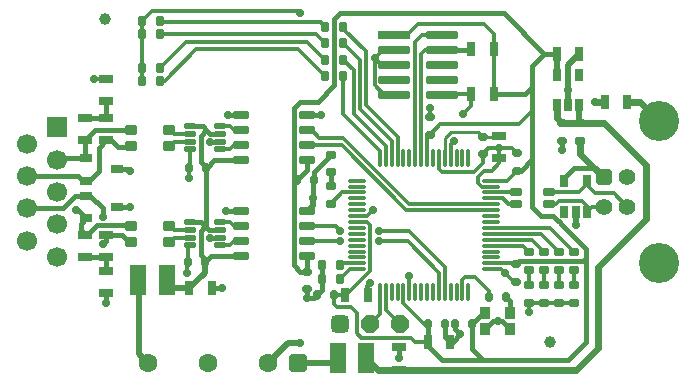
<source format=gtl>
G04*
G04 #@! TF.GenerationSoftware,Altium Limited,Altium Designer,21.9.1 (22)*
G04*
G04 Layer_Physical_Order=1*
G04 Layer_Color=255*
%FSLAX25Y25*%
%MOIN*%
G70*
G04*
G04 #@! TF.SameCoordinates,20B19F73-AE42-437D-8B96-58F391311DC6*
G04*
G04*
G04 #@! TF.FilePolarity,Positive*
G04*
G01*
G75*
G04:AMPARAMS|DCode=10|XSize=39.37mil|YSize=35.43mil|CornerRadius=3.54mil|HoleSize=0mil|Usage=FLASHONLY|Rotation=90.000|XOffset=0mil|YOffset=0mil|HoleType=Round|Shape=RoundedRectangle|*
%AMROUNDEDRECTD10*
21,1,0.03937,0.02835,0,0,90.0*
21,1,0.03228,0.03543,0,0,90.0*
1,1,0.00709,0.01417,0.01614*
1,1,0.00709,0.01417,-0.01614*
1,1,0.00709,-0.01417,-0.01614*
1,1,0.00709,-0.01417,0.01614*
%
%ADD10ROUNDEDRECTD10*%
G04:AMPARAMS|DCode=11|XSize=31.5mil|YSize=25.59mil|CornerRadius=6.4mil|HoleSize=0mil|Usage=FLASHONLY|Rotation=90.000|XOffset=0mil|YOffset=0mil|HoleType=Round|Shape=RoundedRectangle|*
%AMROUNDEDRECTD11*
21,1,0.03150,0.01280,0,0,90.0*
21,1,0.01870,0.02559,0,0,90.0*
1,1,0.01280,0.00640,0.00935*
1,1,0.01280,0.00640,-0.00935*
1,1,0.01280,-0.00640,-0.00935*
1,1,0.01280,-0.00640,0.00935*
%
%ADD11ROUNDEDRECTD11*%
G04:AMPARAMS|DCode=12|XSize=11.81mil|YSize=59.06mil|CornerRadius=2.95mil|HoleSize=0mil|Usage=FLASHONLY|Rotation=0.000|XOffset=0mil|YOffset=0mil|HoleType=Round|Shape=RoundedRectangle|*
%AMROUNDEDRECTD12*
21,1,0.01181,0.05315,0,0,0.0*
21,1,0.00591,0.05906,0,0,0.0*
1,1,0.00591,0.00295,-0.02657*
1,1,0.00591,-0.00295,-0.02657*
1,1,0.00591,-0.00295,0.02657*
1,1,0.00591,0.00295,0.02657*
%
%ADD12ROUNDEDRECTD12*%
G04:AMPARAMS|DCode=13|XSize=11.81mil|YSize=59.06mil|CornerRadius=2.95mil|HoleSize=0mil|Usage=FLASHONLY|Rotation=90.000|XOffset=0mil|YOffset=0mil|HoleType=Round|Shape=RoundedRectangle|*
%AMROUNDEDRECTD13*
21,1,0.01181,0.05315,0,0,90.0*
21,1,0.00591,0.05906,0,0,90.0*
1,1,0.00591,0.02657,0.00295*
1,1,0.00591,0.02657,-0.00295*
1,1,0.00591,-0.02657,-0.00295*
1,1,0.00591,-0.02657,0.00295*
%
%ADD13ROUNDEDRECTD13*%
G04:AMPARAMS|DCode=14|XSize=49.21mil|YSize=27.56mil|CornerRadius=2.76mil|HoleSize=0mil|Usage=FLASHONLY|Rotation=270.000|XOffset=0mil|YOffset=0mil|HoleType=Round|Shape=RoundedRectangle|*
%AMROUNDEDRECTD14*
21,1,0.04921,0.02205,0,0,270.0*
21,1,0.04370,0.02756,0,0,270.0*
1,1,0.00551,-0.01102,-0.02185*
1,1,0.00551,-0.01102,0.02185*
1,1,0.00551,0.01102,0.02185*
1,1,0.00551,0.01102,-0.02185*
%
%ADD14ROUNDEDRECTD14*%
G04:AMPARAMS|DCode=15|XSize=49.21mil|YSize=27.56mil|CornerRadius=2.76mil|HoleSize=0mil|Usage=FLASHONLY|Rotation=180.000|XOffset=0mil|YOffset=0mil|HoleType=Round|Shape=RoundedRectangle|*
%AMROUNDEDRECTD15*
21,1,0.04921,0.02205,0,0,180.0*
21,1,0.04370,0.02756,0,0,180.0*
1,1,0.00551,-0.02185,0.01102*
1,1,0.00551,0.02185,0.01102*
1,1,0.00551,0.02185,-0.01102*
1,1,0.00551,-0.02185,-0.01102*
%
%ADD15ROUNDEDRECTD15*%
G04:AMPARAMS|DCode=16|XSize=31.5mil|YSize=25.59mil|CornerRadius=6.4mil|HoleSize=0mil|Usage=FLASHONLY|Rotation=0.000|XOffset=0mil|YOffset=0mil|HoleType=Round|Shape=RoundedRectangle|*
%AMROUNDEDRECTD16*
21,1,0.03150,0.01280,0,0,0.0*
21,1,0.01870,0.02559,0,0,0.0*
1,1,0.01280,0.00935,-0.00640*
1,1,0.01280,-0.00935,-0.00640*
1,1,0.01280,-0.00935,0.00640*
1,1,0.01280,0.00935,0.00640*
%
%ADD16ROUNDEDRECTD16*%
G04:AMPARAMS|DCode=17|XSize=33.47mil|YSize=23.62mil|CornerRadius=2.36mil|HoleSize=0mil|Usage=FLASHONLY|Rotation=0.000|XOffset=0mil|YOffset=0mil|HoleType=Round|Shape=RoundedRectangle|*
%AMROUNDEDRECTD17*
21,1,0.03347,0.01890,0,0,0.0*
21,1,0.02874,0.02362,0,0,0.0*
1,1,0.00472,0.01437,-0.00945*
1,1,0.00472,-0.01437,-0.00945*
1,1,0.00472,-0.01437,0.00945*
1,1,0.00472,0.01437,0.00945*
%
%ADD17ROUNDEDRECTD17*%
G04:AMPARAMS|DCode=18|XSize=33.47mil|YSize=23.62mil|CornerRadius=2.36mil|HoleSize=0mil|Usage=FLASHONLY|Rotation=90.000|XOffset=0mil|YOffset=0mil|HoleType=Round|Shape=RoundedRectangle|*
%AMROUNDEDRECTD18*
21,1,0.03347,0.01890,0,0,90.0*
21,1,0.02874,0.02362,0,0,90.0*
1,1,0.00472,0.00945,0.01437*
1,1,0.00472,0.00945,-0.01437*
1,1,0.00472,-0.00945,-0.01437*
1,1,0.00472,-0.00945,0.01437*
%
%ADD18ROUNDEDRECTD18*%
%ADD19R,0.00787X0.00787*%
%ADD20C,0.03937*%
G04:AMPARAMS|DCode=21|XSize=43.31mil|YSize=31.5mil|CornerRadius=4.72mil|HoleSize=0mil|Usage=FLASHONLY|Rotation=0.000|XOffset=0mil|YOffset=0mil|HoleType=Round|Shape=RoundedRectangle|*
%AMROUNDEDRECTD21*
21,1,0.04331,0.02205,0,0,0.0*
21,1,0.03386,0.03150,0,0,0.0*
1,1,0.00945,0.01693,-0.01102*
1,1,0.00945,-0.01693,-0.01102*
1,1,0.00945,-0.01693,0.01102*
1,1,0.00945,0.01693,0.01102*
%
%ADD21ROUNDEDRECTD21*%
G04:AMPARAMS|DCode=22|XSize=23.62mil|YSize=43.31mil|CornerRadius=2.36mil|HoleSize=0mil|Usage=FLASHONLY|Rotation=180.000|XOffset=0mil|YOffset=0mil|HoleType=Round|Shape=RoundedRectangle|*
%AMROUNDEDRECTD22*
21,1,0.02362,0.03858,0,0,180.0*
21,1,0.01890,0.04331,0,0,180.0*
1,1,0.00472,-0.00945,0.01929*
1,1,0.00472,0.00945,0.01929*
1,1,0.00472,0.00945,-0.01929*
1,1,0.00472,-0.00945,-0.01929*
%
%ADD22ROUNDEDRECTD22*%
G04:AMPARAMS|DCode=23|XSize=43.31mil|YSize=23.62mil|CornerRadius=3.54mil|HoleSize=0mil|Usage=FLASHONLY|Rotation=180.000|XOffset=0mil|YOffset=0mil|HoleType=Round|Shape=RoundedRectangle|*
%AMROUNDEDRECTD23*
21,1,0.04331,0.01654,0,0,180.0*
21,1,0.03622,0.02362,0,0,180.0*
1,1,0.00709,-0.01811,0.00827*
1,1,0.00709,0.01811,0.00827*
1,1,0.00709,0.01811,-0.00827*
1,1,0.00709,-0.01811,-0.00827*
%
%ADD23ROUNDEDRECTD23*%
G04:AMPARAMS|DCode=24|XSize=17.32mil|YSize=39.37mil|CornerRadius=2.6mil|HoleSize=0mil|Usage=FLASHONLY|Rotation=270.000|XOffset=0mil|YOffset=0mil|HoleType=Round|Shape=RoundedRectangle|*
%AMROUNDEDRECTD24*
21,1,0.01732,0.03417,0,0,270.0*
21,1,0.01213,0.03937,0,0,270.0*
1,1,0.00520,-0.01709,-0.00606*
1,1,0.00520,-0.01709,0.00606*
1,1,0.00520,0.01709,0.00606*
1,1,0.00520,0.01709,-0.00606*
%
%ADD24ROUNDEDRECTD24*%
G04:AMPARAMS|DCode=25|XSize=23.62mil|YSize=51.18mil|CornerRadius=2.36mil|HoleSize=0mil|Usage=FLASHONLY|Rotation=270.000|XOffset=0mil|YOffset=0mil|HoleType=Round|Shape=RoundedRectangle|*
%AMROUNDEDRECTD25*
21,1,0.02362,0.04646,0,0,270.0*
21,1,0.01890,0.05118,0,0,270.0*
1,1,0.00472,-0.02323,-0.00945*
1,1,0.00472,-0.02323,0.00945*
1,1,0.00472,0.02323,0.00945*
1,1,0.00472,0.02323,-0.00945*
%
%ADD25ROUNDEDRECTD25*%
G04:AMPARAMS|DCode=26|XSize=23.62mil|YSize=43.31mil|CornerRadius=2.36mil|HoleSize=0mil|Usage=FLASHONLY|Rotation=90.000|XOffset=0mil|YOffset=0mil|HoleType=Round|Shape=RoundedRectangle|*
%AMROUNDEDRECTD26*
21,1,0.02362,0.03858,0,0,90.0*
21,1,0.01890,0.04331,0,0,90.0*
1,1,0.00472,0.01929,0.00945*
1,1,0.00472,0.01929,-0.00945*
1,1,0.00472,-0.01929,-0.00945*
1,1,0.00472,-0.01929,0.00945*
%
%ADD26ROUNDEDRECTD26*%
G04:AMPARAMS|DCode=27|XSize=55.12mil|YSize=102.36mil|CornerRadius=8.27mil|HoleSize=0mil|Usage=FLASHONLY|Rotation=180.000|XOffset=0mil|YOffset=0mil|HoleType=Round|Shape=RoundedRectangle|*
%AMROUNDEDRECTD27*
21,1,0.05512,0.08583,0,0,180.0*
21,1,0.03858,0.10236,0,0,180.0*
1,1,0.01654,-0.01929,0.04291*
1,1,0.01654,0.01929,0.04291*
1,1,0.01654,0.01929,-0.04291*
1,1,0.01654,-0.01929,-0.04291*
%
%ADD27ROUNDEDRECTD27*%
%ADD28R,0.10630X0.02756*%
G04:AMPARAMS|DCode=29|XSize=27.56mil|YSize=106.3mil|CornerRadius=4.13mil|HoleSize=0mil|Usage=FLASHONLY|Rotation=270.000|XOffset=0mil|YOffset=0mil|HoleType=Round|Shape=RoundedRectangle|*
%AMROUNDEDRECTD29*
21,1,0.02756,0.09803,0,0,270.0*
21,1,0.01929,0.10630,0,0,270.0*
1,1,0.00827,-0.04902,-0.00965*
1,1,0.00827,-0.04902,0.00965*
1,1,0.00827,0.04902,0.00965*
1,1,0.00827,0.04902,-0.00965*
%
%ADD29ROUNDEDRECTD29*%
%ADD62C,0.01575*%
%ADD63C,0.01181*%
%ADD64C,0.01968*%
%ADD65C,0.00984*%
%ADD66C,0.02362*%
%ADD67C,0.01200*%
G04:AMPARAMS|DCode=68|XSize=59.06mil|YSize=59.06mil|CornerRadius=14.76mil|HoleSize=0mil|Usage=FLASHONLY|Rotation=0.000|XOffset=0mil|YOffset=0mil|HoleType=Round|Shape=RoundedRectangle|*
%AMROUNDEDRECTD68*
21,1,0.05906,0.02953,0,0,0.0*
21,1,0.02953,0.05906,0,0,0.0*
1,1,0.02953,0.01476,-0.01476*
1,1,0.02953,-0.01476,-0.01476*
1,1,0.02953,-0.01476,0.01476*
1,1,0.02953,0.01476,0.01476*
%
%ADD68ROUNDEDRECTD68*%
%ADD69P,0.06392X8X22.5*%
%ADD70C,0.13386*%
%ADD71C,0.05512*%
G04:AMPARAMS|DCode=72|XSize=55.12mil|YSize=55.12mil|CornerRadius=13.78mil|HoleSize=0mil|Usage=FLASHONLY|Rotation=90.000|XOffset=0mil|YOffset=0mil|HoleType=Round|Shape=RoundedRectangle|*
%AMROUNDEDRECTD72*
21,1,0.05512,0.02756,0,0,90.0*
21,1,0.02756,0.05512,0,0,90.0*
1,1,0.02756,0.01378,0.01378*
1,1,0.02756,0.01378,-0.01378*
1,1,0.02756,-0.01378,-0.01378*
1,1,0.02756,-0.01378,0.01378*
%
%ADD72ROUNDEDRECTD72*%
%ADD73R,0.06693X0.06693*%
%ADD74C,0.06693*%
%ADD75C,0.06299*%
G04:AMPARAMS|DCode=76|XSize=62.99mil|YSize=62.99mil|CornerRadius=15.75mil|HoleSize=0mil|Usage=FLASHONLY|Rotation=0.000|XOffset=0mil|YOffset=0mil|HoleType=Round|Shape=RoundedRectangle|*
%AMROUNDEDRECTD76*
21,1,0.06299,0.03150,0,0,0.0*
21,1,0.03150,0.06299,0,0,0.0*
1,1,0.03150,0.01575,-0.01575*
1,1,0.03150,-0.01575,-0.01575*
1,1,0.03150,-0.01575,0.01575*
1,1,0.03150,0.01575,0.01575*
%
%ADD76ROUNDEDRECTD76*%
%ADD77C,0.02756*%
D10*
X178634Y24756D02*
D03*
Y19244D02*
D03*
X170366D02*
D03*
Y24756D02*
D03*
D11*
X171646Y30000D02*
D03*
X177354D02*
D03*
X156854Y21000D02*
D03*
X151146D02*
D03*
X114146Y30500D02*
D03*
X119854D02*
D03*
X107646Y69000D02*
D03*
X113354D02*
D03*
X71646Y73000D02*
D03*
X77354D02*
D03*
X71146Y41500D02*
D03*
X76854D02*
D03*
X165854Y21000D02*
D03*
X160146D02*
D03*
D12*
X135236Y76441D02*
D03*
X137205D02*
D03*
X139173D02*
D03*
X141142D02*
D03*
X143110D02*
D03*
X145079D02*
D03*
X147047D02*
D03*
X149016D02*
D03*
X150984D02*
D03*
X152953D02*
D03*
X154921D02*
D03*
X156890D02*
D03*
X158858D02*
D03*
X160827D02*
D03*
X162795D02*
D03*
X164764D02*
D03*
X160827Y31559D02*
D03*
X158858D02*
D03*
X156890D02*
D03*
X154921D02*
D03*
X152953D02*
D03*
X150984D02*
D03*
X149016D02*
D03*
X145079D02*
D03*
X143110D02*
D03*
X147047D02*
D03*
X139173D02*
D03*
X137205D02*
D03*
X135236D02*
D03*
X141142D02*
D03*
X164764D02*
D03*
X162795D02*
D03*
D13*
X172441Y68764D02*
D03*
Y66795D02*
D03*
Y56953D02*
D03*
Y54984D02*
D03*
Y53016D02*
D03*
Y51047D02*
D03*
Y49079D02*
D03*
Y47110D02*
D03*
Y45142D02*
D03*
Y43173D02*
D03*
Y41205D02*
D03*
Y39236D02*
D03*
X127559D02*
D03*
Y41205D02*
D03*
Y43173D02*
D03*
Y45142D02*
D03*
Y47110D02*
D03*
Y49079D02*
D03*
Y51047D02*
D03*
Y53016D02*
D03*
Y54984D02*
D03*
Y56953D02*
D03*
Y58921D02*
D03*
Y60890D02*
D03*
Y62858D02*
D03*
Y64827D02*
D03*
Y66795D02*
D03*
Y68764D02*
D03*
X172441Y64827D02*
D03*
Y62858D02*
D03*
Y60890D02*
D03*
Y58921D02*
D03*
D14*
X123760Y30500D02*
D03*
X131240D02*
D03*
X151260Y15000D02*
D03*
X158740D02*
D03*
X71760Y33000D02*
D03*
X79240D02*
D03*
X201740Y111000D02*
D03*
X194260D02*
D03*
X210260Y95000D02*
D03*
X217740D02*
D03*
X173240Y112500D02*
D03*
X165760D02*
D03*
Y97500D02*
D03*
X173240D02*
D03*
D15*
X175000Y76260D02*
D03*
Y83740D02*
D03*
X44000Y102740D02*
D03*
Y95260D02*
D03*
X141500Y13240D02*
D03*
Y5760D02*
D03*
X44000Y38740D02*
D03*
Y31260D02*
D03*
Y82260D02*
D03*
Y89740D02*
D03*
X37000D02*
D03*
Y82260D02*
D03*
X44000Y50740D02*
D03*
Y43260D02*
D03*
X37000D02*
D03*
Y50740D02*
D03*
D16*
X152000Y84146D02*
D03*
Y89854D02*
D03*
X169500Y83354D02*
D03*
Y77646D02*
D03*
X180500Y35146D02*
D03*
Y40854D02*
D03*
X111000Y38354D02*
D03*
Y32646D02*
D03*
X181000Y72146D02*
D03*
Y77854D02*
D03*
X196000Y82146D02*
D03*
Y87854D02*
D03*
D17*
X119000Y77453D02*
D03*
Y71547D02*
D03*
X185000Y33953D02*
D03*
Y28047D02*
D03*
X190000D02*
D03*
Y33953D02*
D03*
X195000D02*
D03*
Y28047D02*
D03*
X200000D02*
D03*
Y33953D02*
D03*
X119000Y61047D02*
D03*
Y66953D02*
D03*
X200000Y44953D02*
D03*
Y39047D02*
D03*
X195000Y44953D02*
D03*
Y39047D02*
D03*
X190000Y44953D02*
D03*
Y39047D02*
D03*
X185000Y44953D02*
D03*
Y39047D02*
D03*
X202000Y87953D02*
D03*
Y82047D02*
D03*
D18*
X122953Y120000D02*
D03*
X117047D02*
D03*
Y114500D02*
D03*
X122953D02*
D03*
Y109000D02*
D03*
X117047D02*
D03*
Y103500D02*
D03*
X122953D02*
D03*
X116047Y36000D02*
D03*
X121953D02*
D03*
Y40500D02*
D03*
X116047D02*
D03*
X62008Y101969D02*
D03*
X56102D02*
D03*
X62008Y106299D02*
D03*
X56102D02*
D03*
X62008Y117717D02*
D03*
X56102D02*
D03*
X62008Y122047D02*
D03*
X56102D02*
D03*
D19*
X43500Y122500D02*
D03*
X192000Y15000D02*
D03*
D20*
X43500Y122500D02*
D03*
X192000Y15000D02*
D03*
D21*
X52201Y53756D02*
D03*
X64799D02*
D03*
Y48244D02*
D03*
X52201D02*
D03*
Y85756D02*
D03*
X64799D02*
D03*
Y80244D02*
D03*
X52201D02*
D03*
D22*
X196760Y68618D02*
D03*
X204240D02*
D03*
Y58382D02*
D03*
X200500D02*
D03*
X196760D02*
D03*
X194260Y93882D02*
D03*
X198000D02*
D03*
X201740D02*
D03*
Y104118D02*
D03*
X194260D02*
D03*
D23*
X180488Y64969D02*
D03*
X191512D02*
D03*
Y61032D02*
D03*
X180488D02*
D03*
D24*
X82118Y79161D02*
D03*
Y81721D02*
D03*
Y84280D02*
D03*
X71882D02*
D03*
Y81721D02*
D03*
Y79161D02*
D03*
X82118Y86839D02*
D03*
X71882D02*
D03*
Y54839D02*
D03*
X82118D02*
D03*
X71882Y47161D02*
D03*
Y49720D02*
D03*
Y52280D02*
D03*
X82118D02*
D03*
Y49720D02*
D03*
Y47161D02*
D03*
D25*
X111024Y75500D02*
D03*
Y80500D02*
D03*
Y85500D02*
D03*
Y90500D02*
D03*
X88976Y75500D02*
D03*
Y80500D02*
D03*
Y85500D02*
D03*
Y90500D02*
D03*
X111024Y43500D02*
D03*
Y48500D02*
D03*
Y53500D02*
D03*
Y58500D02*
D03*
X88976Y43500D02*
D03*
Y48500D02*
D03*
Y53500D02*
D03*
Y58500D02*
D03*
D26*
X37382Y76240D02*
D03*
Y68760D02*
D03*
X47618Y72500D02*
D03*
X37382Y63740D02*
D03*
Y56260D02*
D03*
X47618Y60000D02*
D03*
D27*
X130724Y9500D02*
D03*
X121276D02*
D03*
X54776Y35500D02*
D03*
X64224D02*
D03*
D28*
X140126Y117460D02*
D03*
D29*
X155874D02*
D03*
X140126Y112460D02*
D03*
X155874D02*
D03*
X140126Y107460D02*
D03*
Y102460D02*
D03*
Y97460D02*
D03*
X155874Y107460D02*
D03*
Y102460D02*
D03*
Y97460D02*
D03*
D62*
X169500Y9000D02*
X198000D01*
X156000D02*
X169500D01*
X165854Y12646D02*
X169500Y9000D01*
X165854Y12646D02*
Y21000D01*
X159500Y15000D02*
X162000Y17500D01*
X158740Y15000D02*
X159500D01*
X160146Y19354D02*
X162000Y17500D01*
X160146Y19354D02*
Y21000D01*
X165854D02*
X169610Y24756D01*
X170366D01*
X177354Y30000D02*
X178634Y28721D01*
Y24756D02*
Y28721D01*
X170366Y19244D02*
X173122Y22000D01*
X175878D02*
X178634Y19244D01*
X174500Y22000D02*
X175878D01*
X173122D02*
X174500D01*
X106500Y40500D02*
Y93000D01*
X180500Y40854D02*
X181646Y42000D01*
X151146Y15311D02*
X151457Y15000D01*
X151146Y15311D02*
Y21000D01*
X151457Y13543D02*
Y15000D01*
Y13543D02*
X156000Y9000D01*
X156854Y16689D02*
X158543Y15000D01*
X156854Y16689D02*
Y21000D01*
X131043Y30500D02*
Y33543D01*
X132000Y34500D01*
X114146Y30500D02*
X116047Y32402D01*
Y36000D01*
X111000Y29500D02*
X113146D01*
X114146Y30500D01*
X111000Y29500D02*
Y32646D01*
X116047Y36000D02*
Y40500D01*
X111000Y38354D02*
X111024Y38378D01*
Y43500D01*
X106500Y40500D02*
X108646Y38354D01*
X111000D01*
X186000Y76000D02*
Y92000D01*
Y60000D02*
Y76000D01*
X182146Y72146D02*
X186000Y76000D01*
X181000Y72146D02*
X182146D01*
X79240Y33000D02*
X82500D01*
X141500Y9500D02*
Y13240D01*
X120000Y122500D02*
X120000Y100500D01*
X120000Y122500D02*
X122000Y124500D01*
X176500D01*
X108500Y95000D02*
X114500D01*
X120000Y100500D01*
X113354Y69000D02*
Y71807D01*
X119000Y77453D01*
Y66953D02*
Y71547D01*
X111024Y90500D02*
X115500D01*
X196000Y79000D02*
Y82146D01*
X113000Y63000D02*
Y68646D01*
X113354Y69000D01*
X107646D02*
X111024Y72378D01*
Y75500D01*
X107000Y69000D02*
X107646D01*
X106500Y93000D02*
X108500Y95000D01*
X194260Y111000D02*
X194457D01*
X190000D02*
X194260D01*
X76854Y41500D02*
Y42646D01*
X75500Y44000D02*
Y52118D01*
Y44000D02*
X76854Y42646D01*
X75500Y75000D02*
X77500Y73000D01*
X76854Y41500D02*
X78854Y43500D01*
X76941Y53559D02*
X77354Y53972D01*
Y73000D01*
X75500Y75000D02*
Y83618D01*
X77500Y73000D02*
X80000Y75500D01*
X186000Y92000D02*
Y100000D01*
X165720Y112460D02*
X165760Y112500D01*
X155874Y112460D02*
X165720D01*
X186000Y100000D02*
Y107000D01*
X183500Y97500D02*
X186000Y100000D01*
X173240Y97500D02*
X183500D01*
X44000Y82260D02*
X45740D01*
X48000Y80000D02*
X51957D01*
X45740Y82260D02*
X48000Y80000D01*
X41500Y72000D02*
Y79760D01*
X44000Y82260D01*
X37382Y68760D02*
X38260D01*
X41500Y72000D01*
X34646Y70354D02*
X36240Y68760D01*
X17500Y70354D02*
X34646D01*
X36240Y68760D02*
X37382D01*
X34642Y59000D02*
X37382Y56260D01*
X34000Y59000D02*
X34642D01*
X37000Y50740D02*
X37740D01*
X41000Y54000D02*
X51756D01*
X37740Y50740D02*
X41000Y54000D01*
X35500Y54378D02*
X37382Y56260D01*
X35500Y52240D02*
Y54378D01*
Y52240D02*
X37000Y50740D01*
X43000Y56765D02*
Y59500D01*
X38760Y63740D02*
X43000Y59500D01*
X37382Y63740D02*
X38760D01*
X33740D02*
X37382D01*
X29567Y59567D02*
X33740Y63740D01*
X17500Y59567D02*
X29567D01*
X52000Y53756D02*
X52201D01*
X51756Y54000D02*
X52000Y53756D01*
X44000Y50740D02*
X49260D01*
X51756Y48244D02*
X52201D01*
X49260Y50740D02*
X51756Y48244D01*
X51957Y80000D02*
X52201Y80244D01*
X37000Y82260D02*
X40240Y85500D01*
X51945D02*
X52201Y85756D01*
X40240Y85500D02*
X51945D01*
X200112Y73112D02*
X206612D01*
X196760Y69760D02*
X200112Y73112D01*
X196760Y68618D02*
Y69760D01*
X195671Y54329D02*
X195671D01*
X189000Y57000D02*
X193000D01*
X195171Y54829D02*
X195671Y54329D01*
X193000Y57000D02*
X194191Y55809D01*
Y55780D02*
X195142Y54829D01*
X195171D01*
X194191Y55780D02*
Y55809D01*
X37000Y76622D02*
X37382Y76240D01*
X37000Y76622D02*
Y82260D01*
X27992Y76240D02*
X37382D01*
X27500Y75748D02*
X27992Y76240D01*
X44000Y28000D02*
Y31260D01*
Y38740D02*
Y43260D01*
X84000Y58500D02*
X88976D01*
X78854Y43500D02*
X88976D01*
X76941Y53559D02*
X78220Y52280D01*
X75661Y54839D02*
X76941Y53559D01*
X75500Y52118D02*
X76941Y53559D01*
X78500Y49500D02*
X78720Y49720D01*
X82118D01*
X71882Y54839D02*
X75661D01*
X78220Y52280D02*
X82118D01*
X80000Y75500D02*
X88976D01*
X77441Y85559D02*
X78720Y84280D01*
X76161Y86839D02*
X77441Y85559D01*
X75500Y83618D02*
X77441Y85559D01*
X71882Y86839D02*
X76161D01*
X78720Y84280D02*
X82118D01*
X78500Y81500D02*
X78720Y81721D01*
X82118D01*
X84500Y90500D02*
X88976D01*
X43000Y47500D02*
X44000Y48500D01*
Y50740D01*
X51500Y72500D02*
X52000Y72000D01*
X47618Y72500D02*
X51500D01*
X47618Y60000D02*
X52000D01*
X37000Y43260D02*
X44000D01*
Y89740D02*
Y95457D01*
X37000Y89740D02*
X44000D01*
X198000Y9000D02*
X204000Y15000D01*
Y43000D01*
X195671Y54329D02*
X204000Y46000D01*
Y43000D02*
Y46000D01*
X186000Y60000D02*
X189000Y57000D01*
X203000Y42000D02*
X204000Y43000D01*
X181646Y42000D02*
X203000D01*
X176500Y124500D02*
X190000Y111000D01*
X186000Y107000D02*
X190000Y111000D01*
D63*
X171646Y30000D02*
Y31854D01*
X167000Y36500D02*
X171646Y31854D01*
X163500Y36500D02*
X167000D01*
X162795Y35795D02*
X163500Y36500D01*
X162795Y31559D02*
Y35795D01*
X180149Y41205D02*
X180500Y40854D01*
X172441Y41205D02*
X180149D01*
X177000Y38000D02*
X179854Y35146D01*
X180500D01*
X175764Y39236D02*
X177000Y38000D01*
X172441Y39236D02*
X175764D01*
X143110Y27890D02*
X150000Y21000D01*
X151146D01*
X143110Y27890D02*
Y31559D01*
X146957Y15000D02*
X151457D01*
X145500Y16457D02*
X146957Y15000D01*
X127500Y18000D02*
X129043Y16457D01*
X145500D01*
X145000Y37000D02*
X145079Y36921D01*
Y31559D02*
Y36921D01*
X119854Y27646D02*
Y30500D01*
Y27646D02*
X121000Y26500D01*
X125500D01*
X127500Y24500D01*
X119854Y30500D02*
X123957D01*
X131957Y38500D01*
X132000D01*
X121953Y36000D02*
X125189Y39236D01*
X127559D01*
X121953Y40500D02*
X122658Y41205D01*
X127559D01*
X127500Y18000D02*
Y24500D01*
X213256Y64500D02*
X217717Y60039D01*
X204240Y67260D02*
X207000Y64500D01*
X213256D01*
X152000Y89854D02*
Y93000D01*
Y84146D02*
X155354Y87500D01*
X150984Y83130D02*
X152000Y84146D01*
X169500Y77646D02*
X171354Y79500D01*
X175000D01*
Y74500D02*
Y79500D01*
X179354D02*
X181000Y77854D01*
X175000Y79500D02*
X179354D01*
X172500Y72000D02*
X175000Y74500D01*
X177618Y68764D02*
X181000Y72146D01*
X172441Y68764D02*
X177618D01*
X169500Y74500D02*
Y77646D01*
X166500Y71500D02*
X169500Y74500D01*
X70709Y115000D02*
X111047D01*
X62008Y106299D02*
X70709Y115000D01*
X111047D02*
X117047Y109000D01*
X74000Y112500D02*
X108047D01*
X117047Y103500D01*
X63468Y101969D02*
X74000Y112500D01*
X82118Y79161D02*
X85161D01*
X86500Y80500D02*
X88976D01*
X85161Y79161D02*
X86500Y80500D01*
Y48500D02*
X88976D01*
X85161Y47161D02*
X86500Y48500D01*
X82118Y47161D02*
X85161D01*
X82118Y54839D02*
X85162D01*
X86500Y53500D02*
X88976D01*
X85162Y54839D02*
X86500Y53500D01*
X71000Y38000D02*
Y41354D01*
X56102Y117717D02*
Y122047D01*
Y101969D02*
Y106299D01*
Y117717D01*
X62008Y101969D02*
X63468D01*
X113831Y117717D02*
X117047Y114500D01*
X62008Y117717D02*
X113831D01*
X115547Y121500D02*
X117047Y120000D01*
X62555Y121500D02*
X115547D01*
X62008Y122047D02*
X62555Y121500D01*
X107606Y125394D02*
X108500Y124500D01*
X59449Y125394D02*
X107606D01*
X56102Y122047D02*
X59449Y125394D01*
X130500Y94000D02*
Y112000D01*
X123079Y119421D02*
X130500Y112000D01*
X123000Y91000D02*
Y103500D01*
Y91000D02*
X135236Y78764D01*
X122953Y114500D02*
X123000D01*
X128500Y92500D02*
Y109000D01*
X123000Y114500D02*
X128500Y109000D01*
X122976Y109024D02*
X126500Y105500D01*
Y91000D02*
Y105500D01*
X119000Y61047D02*
X122780Y64827D01*
X127559D01*
X71146Y41500D02*
Y46425D01*
X71882Y47161D01*
X71000Y41354D02*
X71146Y41500D01*
X71500Y69500D02*
X71646Y69646D01*
Y73000D01*
X71882Y73236D01*
Y79161D01*
X156000Y71500D02*
X166500D01*
X181500Y87500D02*
X186000Y92000D01*
X155354Y87500D02*
X181500D01*
X158858Y80858D02*
X160000Y82000D01*
X158858Y76441D02*
Y80858D01*
X163000Y91000D02*
X165760Y93760D01*
X150984Y76441D02*
Y83130D01*
X165760Y93760D02*
Y97500D01*
X133500Y109500D02*
X136460Y112460D01*
X140126D01*
X133500Y109500D02*
X135540Y107460D01*
X140126D01*
X133500Y100500D02*
X136540Y97460D01*
X140126D01*
X133500Y100500D02*
Y109500D01*
X150460Y112460D02*
X155874D01*
X149016Y111016D02*
X150460Y112460D01*
X149016Y76441D02*
Y111016D01*
X149460Y117460D02*
X155874D01*
X147047Y115047D02*
X149460Y117460D01*
X147047Y76441D02*
Y115047D01*
X173240Y112500D02*
Y117760D01*
X170000Y121000D02*
X173240Y117760D01*
X148000Y121000D02*
X170000D01*
X144460Y117460D02*
X148000Y121000D01*
X140126Y117460D02*
X144460D01*
X173240Y97500D02*
Y112500D01*
X155874Y97460D02*
X155914Y97500D01*
X165760D01*
X141142Y76441D02*
Y83358D01*
X130500Y94000D02*
X141142Y83358D01*
X128500Y92500D02*
X139173Y81827D01*
Y76441D02*
Y81827D01*
X137205Y76441D02*
Y80295D01*
X126500Y91000D02*
X137205Y80295D01*
X135236Y76441D02*
Y78764D01*
X154921Y72579D02*
X156000Y71500D01*
X154921Y72579D02*
Y76441D01*
X170000Y72000D02*
X172500D01*
X168000Y70000D02*
X170000Y72000D01*
X168000Y68000D02*
Y70000D01*
Y68000D02*
X169205Y66795D01*
X172441D01*
X204240Y67740D02*
Y68618D01*
Y67260D02*
Y67740D01*
X201468Y64969D02*
X204240Y67740D01*
X191512Y64969D02*
X201468D01*
X204240Y58382D02*
X205898Y60039D01*
X209842D01*
X204240Y58382D02*
Y60260D01*
X202500Y62000D02*
X204240Y60260D01*
X195000Y62000D02*
X202500D01*
X194032Y61032D02*
X195000Y62000D01*
X191512Y61032D02*
X194032D01*
X137205Y25795D02*
X142000Y21000D01*
X137205Y25795D02*
Y31559D01*
X132000Y21000D02*
X135236Y24236D01*
Y31559D01*
X40000Y102500D02*
X43957D01*
X44000Y102543D01*
X65299Y80244D02*
X66776Y81721D01*
X71882D01*
X65299Y85756D02*
X66776Y84280D01*
X71882D01*
X65299Y48244D02*
X66776Y49720D01*
X71882D01*
X65299Y53756D02*
X66776Y52280D01*
X71882D01*
X86500Y85500D02*
X88976D01*
X85161Y86839D02*
X86500Y85500D01*
X82118Y86839D02*
X85161D01*
X135000Y52000D02*
X145000D01*
X156890Y40110D01*
Y31559D02*
Y40110D01*
X144500Y48500D02*
X154921Y38079D01*
Y31559D02*
Y38079D01*
X135000Y48500D02*
X144500D01*
X111024D02*
X122000D01*
X120500Y53500D02*
X122000Y52000D01*
X111024Y53500D02*
X120500D01*
X132000Y38500D02*
Y54000D01*
X131016Y54984D02*
X132000Y54000D01*
X127559Y54984D02*
X131016D01*
X130953Y56953D02*
X133000Y59000D01*
X127559Y56953D02*
X130953D01*
X185000Y25000D02*
Y28047D01*
X180457Y61000D02*
X180488Y61032D01*
X178000Y61000D02*
X180457D01*
X176142Y62858D02*
X178000Y61000D01*
X172441Y62858D02*
X176142D01*
X180347Y64827D02*
X180488Y64969D01*
X172441Y64827D02*
X180347D01*
X191937Y53016D02*
X200000Y44953D01*
X172441Y53016D02*
X191937D01*
X188906Y51047D02*
X195000Y44953D01*
X172441Y51047D02*
X188906D01*
X185874Y49079D02*
X190000Y44953D01*
X172441Y49079D02*
X185874D01*
X182843Y47110D02*
X185000Y44953D01*
X172441Y47110D02*
X182843D01*
X185000Y33953D02*
Y39047D01*
X190000Y33953D02*
Y39047D01*
X195000Y33953D02*
Y39047D01*
X200000Y33953D02*
Y39047D01*
X195000Y28047D02*
X200000D01*
X190000D02*
X195000D01*
X185000D02*
X190000D01*
D64*
X194457Y104315D02*
Y111000D01*
X55000Y11000D02*
X58000Y8000D01*
X55000Y11000D02*
Y35276D01*
X54776Y35500D02*
X55000Y35276D01*
X76854Y38094D02*
Y41500D01*
X71760Y33000D02*
X76854Y38094D01*
X64224Y35500D02*
X66724Y33000D01*
X71760D01*
X104500Y14500D02*
X108500D01*
X98000Y8000D02*
X104500Y14500D01*
X200500Y54000D02*
Y58382D01*
X119776Y8000D02*
X121276Y9500D01*
X108000Y8000D02*
X119776D01*
X113000Y60476D02*
Y63000D01*
X111024Y58500D02*
X113000Y60476D01*
X198000Y99000D02*
Y107457D01*
X201543Y111000D01*
X194260Y104118D02*
X194457Y104315D01*
X198000Y93882D02*
Y99000D01*
X201740Y88213D02*
X202000Y87953D01*
X201740Y88213D02*
Y93882D01*
D65*
X174811Y83354D02*
X175000Y83543D01*
X169500Y83354D02*
X174811D01*
X167854Y85000D02*
X169500Y83354D01*
X159000Y85000D02*
X167854D01*
X156890Y82890D02*
X159000Y85000D01*
X156890Y76441D02*
Y82890D01*
D66*
X141500Y5760D02*
X141760Y5500D01*
X200500D02*
X208000Y13000D01*
X141760Y5500D02*
X200500D01*
X134465Y5760D02*
X141500D01*
X130724Y9500D02*
X134465Y5760D01*
X194260Y89595D02*
X196000Y87854D01*
X194260Y89595D02*
Y93882D01*
X196000Y87854D02*
X196098Y87953D01*
X202000D01*
X206612Y73112D02*
X209842Y69882D01*
X202000Y77724D02*
X206612Y73112D01*
X208000Y40000D02*
X224000Y56000D01*
X208000Y13000D02*
Y40000D01*
X224000Y56000D02*
Y74000D01*
X207000Y95000D02*
X210260D01*
X221929D02*
X228346Y88583D01*
X217740Y95000D02*
X221929D01*
X210047Y87953D02*
X224000Y74000D01*
X202000Y87953D02*
X210047D01*
X202000Y77724D02*
Y82047D01*
D67*
X122500Y80500D02*
X144079Y58921D01*
X111024Y80500D02*
X122500D01*
X112500Y85500D02*
X115000Y83000D01*
X123000D02*
X145110Y60890D01*
X115000Y83000D02*
X123000D01*
X111024Y85500D02*
X112500D01*
X144079Y58921D02*
X172441D01*
X145110Y60890D02*
X172441D01*
D68*
X122000Y21000D02*
D03*
D69*
X132000D02*
D03*
X142000D02*
D03*
D70*
X228346Y41339D02*
D03*
Y88583D02*
D03*
D71*
X217717Y60039D02*
D03*
Y69882D02*
D03*
X209842Y60039D02*
D03*
D72*
Y69882D02*
D03*
D73*
X27500Y86535D02*
D03*
D74*
Y75748D02*
D03*
Y64961D02*
D03*
Y54173D02*
D03*
Y43386D02*
D03*
X17500Y81142D02*
D03*
Y70354D02*
D03*
Y59567D02*
D03*
Y48779D02*
D03*
D75*
X78000Y8000D02*
D03*
X58000D02*
D03*
X98000D02*
D03*
D76*
X108000Y8000D02*
D03*
D77*
X174500Y22000D02*
D03*
X145000Y37000D02*
D03*
X132000Y34500D02*
D03*
X111000Y29500D02*
D03*
X71000Y38000D02*
D03*
X108500Y124500D02*
D03*
X115500Y90500D02*
D03*
X160000Y82000D02*
D03*
X163000Y91000D02*
D03*
X152000Y93000D02*
D03*
X133500Y109500D02*
D03*
X108500Y14500D02*
D03*
X34000Y59000D02*
D03*
X43000Y56765D02*
D03*
X196000Y79000D02*
D03*
X141500Y9500D02*
D03*
X84000Y58500D02*
D03*
X82500Y33000D02*
D03*
X78500Y49500D02*
D03*
Y81500D02*
D03*
X71500Y69500D02*
D03*
X84500Y90500D02*
D03*
X43000Y47500D02*
D03*
X44000Y28000D02*
D03*
X52000Y60000D02*
D03*
Y72000D02*
D03*
X122000Y48500D02*
D03*
Y52000D02*
D03*
X135000Y48500D02*
D03*
Y52000D02*
D03*
X133000Y59000D02*
D03*
X185000Y25000D02*
D03*
X175000Y79500D02*
D03*
X177000Y38000D02*
D03*
X198000Y99000D02*
D03*
X207000Y95000D02*
D03*
X200500Y54000D02*
D03*
X162000Y17500D02*
D03*
X40000Y102500D02*
D03*
X113000Y63000D02*
D03*
M02*

</source>
